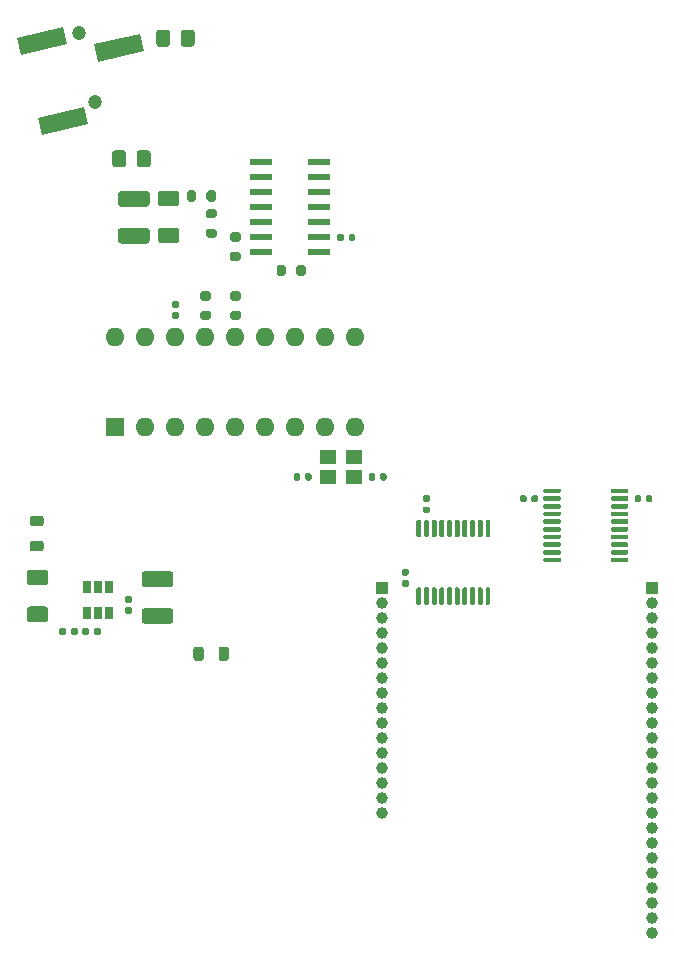
<source format=gbr>
%TF.GenerationSoftware,KiCad,Pcbnew,(5.1.8)-1*%
%TF.CreationDate,2020-12-26T14:40:12+03:00*%
%TF.ProjectId,mesp240_opll,6d657370-3234-4305-9f6f-706c6c2e6b69,rev?*%
%TF.SameCoordinates,Original*%
%TF.FileFunction,Soldermask,Top*%
%TF.FilePolarity,Negative*%
%FSLAX46Y46*%
G04 Gerber Fmt 4.6, Leading zero omitted, Abs format (unit mm)*
G04 Created by KiCad (PCBNEW (5.1.8)-1) date 2020-12-26 14:40:12*
%MOMM*%
%LPD*%
G01*
G04 APERTURE LIST*
%ADD10C,1.000000*%
%ADD11R,1.000000X1.000000*%
%ADD12R,1.400000X1.200000*%
%ADD13R,1.981200X0.558800*%
%ADD14O,1.600000X1.600000*%
%ADD15R,1.600000X1.600000*%
%ADD16R,0.650000X1.060000*%
%ADD17C,0.100000*%
%ADD18C,1.200000*%
G04 APERTURE END LIST*
%TO.C,L4*%
G36*
G01*
X211734650Y-84211000D02*
X210972150Y-84211000D01*
G75*
G02*
X210753400Y-83992250I0J218750D01*
G01*
X210753400Y-83554750D01*
G75*
G02*
X210972150Y-83336000I218750J0D01*
G01*
X211734650Y-83336000D01*
G75*
G02*
X211953400Y-83554750I0J-218750D01*
G01*
X211953400Y-83992250D01*
G75*
G02*
X211734650Y-84211000I-218750J0D01*
G01*
G37*
G36*
G01*
X211734650Y-86336000D02*
X210972150Y-86336000D01*
G75*
G02*
X210753400Y-86117250I0J218750D01*
G01*
X210753400Y-85679750D01*
G75*
G02*
X210972150Y-85461000I218750J0D01*
G01*
X211734650Y-85461000D01*
G75*
G02*
X211953400Y-85679750I0J-218750D01*
G01*
X211953400Y-86117250D01*
G75*
G02*
X211734650Y-86336000I-218750J0D01*
G01*
G37*
%TD*%
%TO.C,L3*%
G36*
G01*
X226756900Y-95402650D02*
X226756900Y-94640150D01*
G75*
G02*
X226975650Y-94421400I218750J0D01*
G01*
X227413150Y-94421400D01*
G75*
G02*
X227631900Y-94640150I0J-218750D01*
G01*
X227631900Y-95402650D01*
G75*
G02*
X227413150Y-95621400I-218750J0D01*
G01*
X226975650Y-95621400D01*
G75*
G02*
X226756900Y-95402650I0J218750D01*
G01*
G37*
G36*
G01*
X224631900Y-95402650D02*
X224631900Y-94640150D01*
G75*
G02*
X224850650Y-94421400I218750J0D01*
G01*
X225288150Y-94421400D01*
G75*
G02*
X225506900Y-94640150I0J-218750D01*
G01*
X225506900Y-95402650D01*
G75*
G02*
X225288150Y-95621400I-218750J0D01*
G01*
X224850650Y-95621400D01*
G75*
G02*
X224631900Y-95402650I0J218750D01*
G01*
G37*
%TD*%
D10*
%TO.C,U1*%
X263423000Y-118671000D03*
X263423000Y-117401000D03*
X263423000Y-116131000D03*
X263423000Y-114861000D03*
X263423000Y-113591000D03*
X263423000Y-112321000D03*
X263423000Y-111051000D03*
X263423000Y-109781000D03*
X263423000Y-108511000D03*
X263423000Y-107241000D03*
X263423000Y-105971000D03*
X263423000Y-104701000D03*
X263423000Y-103431000D03*
X263423000Y-102161000D03*
X263423000Y-100891000D03*
X263423000Y-99621000D03*
X263423000Y-98351000D03*
X263423000Y-97081000D03*
X263423000Y-95811000D03*
X263423000Y-94541000D03*
X263423000Y-93271000D03*
X263423000Y-92001000D03*
X263423000Y-90731000D03*
D11*
X263423000Y-89461000D03*
D10*
X240563000Y-108511000D03*
X240563000Y-107241000D03*
X240563000Y-105971000D03*
X240563000Y-104701000D03*
X240563000Y-103431000D03*
X240563000Y-102161000D03*
X240563000Y-100891000D03*
X240563000Y-99621000D03*
X240563000Y-98351000D03*
X240563000Y-97081000D03*
X240563000Y-95811000D03*
X240563000Y-94541000D03*
X240563000Y-93271000D03*
X240563000Y-92001000D03*
X240563000Y-90731000D03*
D11*
X240563000Y-89461000D03*
%TD*%
%TO.C,U6*%
G36*
G01*
X243809000Y-85149400D02*
X243609000Y-85149400D01*
G75*
G02*
X243509000Y-85049400I0J100000D01*
G01*
X243509000Y-83774400D01*
G75*
G02*
X243609000Y-83674400I100000J0D01*
G01*
X243809000Y-83674400D01*
G75*
G02*
X243909000Y-83774400I0J-100000D01*
G01*
X243909000Y-85049400D01*
G75*
G02*
X243809000Y-85149400I-100000J0D01*
G01*
G37*
G36*
G01*
X244459000Y-85149400D02*
X244259000Y-85149400D01*
G75*
G02*
X244159000Y-85049400I0J100000D01*
G01*
X244159000Y-83774400D01*
G75*
G02*
X244259000Y-83674400I100000J0D01*
G01*
X244459000Y-83674400D01*
G75*
G02*
X244559000Y-83774400I0J-100000D01*
G01*
X244559000Y-85049400D01*
G75*
G02*
X244459000Y-85149400I-100000J0D01*
G01*
G37*
G36*
G01*
X245109000Y-85149400D02*
X244909000Y-85149400D01*
G75*
G02*
X244809000Y-85049400I0J100000D01*
G01*
X244809000Y-83774400D01*
G75*
G02*
X244909000Y-83674400I100000J0D01*
G01*
X245109000Y-83674400D01*
G75*
G02*
X245209000Y-83774400I0J-100000D01*
G01*
X245209000Y-85049400D01*
G75*
G02*
X245109000Y-85149400I-100000J0D01*
G01*
G37*
G36*
G01*
X245759000Y-85149400D02*
X245559000Y-85149400D01*
G75*
G02*
X245459000Y-85049400I0J100000D01*
G01*
X245459000Y-83774400D01*
G75*
G02*
X245559000Y-83674400I100000J0D01*
G01*
X245759000Y-83674400D01*
G75*
G02*
X245859000Y-83774400I0J-100000D01*
G01*
X245859000Y-85049400D01*
G75*
G02*
X245759000Y-85149400I-100000J0D01*
G01*
G37*
G36*
G01*
X246409000Y-85149400D02*
X246209000Y-85149400D01*
G75*
G02*
X246109000Y-85049400I0J100000D01*
G01*
X246109000Y-83774400D01*
G75*
G02*
X246209000Y-83674400I100000J0D01*
G01*
X246409000Y-83674400D01*
G75*
G02*
X246509000Y-83774400I0J-100000D01*
G01*
X246509000Y-85049400D01*
G75*
G02*
X246409000Y-85149400I-100000J0D01*
G01*
G37*
G36*
G01*
X247059000Y-85149400D02*
X246859000Y-85149400D01*
G75*
G02*
X246759000Y-85049400I0J100000D01*
G01*
X246759000Y-83774400D01*
G75*
G02*
X246859000Y-83674400I100000J0D01*
G01*
X247059000Y-83674400D01*
G75*
G02*
X247159000Y-83774400I0J-100000D01*
G01*
X247159000Y-85049400D01*
G75*
G02*
X247059000Y-85149400I-100000J0D01*
G01*
G37*
G36*
G01*
X247709000Y-85149400D02*
X247509000Y-85149400D01*
G75*
G02*
X247409000Y-85049400I0J100000D01*
G01*
X247409000Y-83774400D01*
G75*
G02*
X247509000Y-83674400I100000J0D01*
G01*
X247709000Y-83674400D01*
G75*
G02*
X247809000Y-83774400I0J-100000D01*
G01*
X247809000Y-85049400D01*
G75*
G02*
X247709000Y-85149400I-100000J0D01*
G01*
G37*
G36*
G01*
X248359000Y-85149400D02*
X248159000Y-85149400D01*
G75*
G02*
X248059000Y-85049400I0J100000D01*
G01*
X248059000Y-83774400D01*
G75*
G02*
X248159000Y-83674400I100000J0D01*
G01*
X248359000Y-83674400D01*
G75*
G02*
X248459000Y-83774400I0J-100000D01*
G01*
X248459000Y-85049400D01*
G75*
G02*
X248359000Y-85149400I-100000J0D01*
G01*
G37*
G36*
G01*
X249009000Y-85149400D02*
X248809000Y-85149400D01*
G75*
G02*
X248709000Y-85049400I0J100000D01*
G01*
X248709000Y-83774400D01*
G75*
G02*
X248809000Y-83674400I100000J0D01*
G01*
X249009000Y-83674400D01*
G75*
G02*
X249109000Y-83774400I0J-100000D01*
G01*
X249109000Y-85049400D01*
G75*
G02*
X249009000Y-85149400I-100000J0D01*
G01*
G37*
G36*
G01*
X249659000Y-85149400D02*
X249459000Y-85149400D01*
G75*
G02*
X249359000Y-85049400I0J100000D01*
G01*
X249359000Y-83774400D01*
G75*
G02*
X249459000Y-83674400I100000J0D01*
G01*
X249659000Y-83674400D01*
G75*
G02*
X249759000Y-83774400I0J-100000D01*
G01*
X249759000Y-85049400D01*
G75*
G02*
X249659000Y-85149400I-100000J0D01*
G01*
G37*
G36*
G01*
X249659000Y-90874400D02*
X249459000Y-90874400D01*
G75*
G02*
X249359000Y-90774400I0J100000D01*
G01*
X249359000Y-89499400D01*
G75*
G02*
X249459000Y-89399400I100000J0D01*
G01*
X249659000Y-89399400D01*
G75*
G02*
X249759000Y-89499400I0J-100000D01*
G01*
X249759000Y-90774400D01*
G75*
G02*
X249659000Y-90874400I-100000J0D01*
G01*
G37*
G36*
G01*
X249009000Y-90874400D02*
X248809000Y-90874400D01*
G75*
G02*
X248709000Y-90774400I0J100000D01*
G01*
X248709000Y-89499400D01*
G75*
G02*
X248809000Y-89399400I100000J0D01*
G01*
X249009000Y-89399400D01*
G75*
G02*
X249109000Y-89499400I0J-100000D01*
G01*
X249109000Y-90774400D01*
G75*
G02*
X249009000Y-90874400I-100000J0D01*
G01*
G37*
G36*
G01*
X248359000Y-90874400D02*
X248159000Y-90874400D01*
G75*
G02*
X248059000Y-90774400I0J100000D01*
G01*
X248059000Y-89499400D01*
G75*
G02*
X248159000Y-89399400I100000J0D01*
G01*
X248359000Y-89399400D01*
G75*
G02*
X248459000Y-89499400I0J-100000D01*
G01*
X248459000Y-90774400D01*
G75*
G02*
X248359000Y-90874400I-100000J0D01*
G01*
G37*
G36*
G01*
X247709000Y-90874400D02*
X247509000Y-90874400D01*
G75*
G02*
X247409000Y-90774400I0J100000D01*
G01*
X247409000Y-89499400D01*
G75*
G02*
X247509000Y-89399400I100000J0D01*
G01*
X247709000Y-89399400D01*
G75*
G02*
X247809000Y-89499400I0J-100000D01*
G01*
X247809000Y-90774400D01*
G75*
G02*
X247709000Y-90874400I-100000J0D01*
G01*
G37*
G36*
G01*
X247059000Y-90874400D02*
X246859000Y-90874400D01*
G75*
G02*
X246759000Y-90774400I0J100000D01*
G01*
X246759000Y-89499400D01*
G75*
G02*
X246859000Y-89399400I100000J0D01*
G01*
X247059000Y-89399400D01*
G75*
G02*
X247159000Y-89499400I0J-100000D01*
G01*
X247159000Y-90774400D01*
G75*
G02*
X247059000Y-90874400I-100000J0D01*
G01*
G37*
G36*
G01*
X246409000Y-90874400D02*
X246209000Y-90874400D01*
G75*
G02*
X246109000Y-90774400I0J100000D01*
G01*
X246109000Y-89499400D01*
G75*
G02*
X246209000Y-89399400I100000J0D01*
G01*
X246409000Y-89399400D01*
G75*
G02*
X246509000Y-89499400I0J-100000D01*
G01*
X246509000Y-90774400D01*
G75*
G02*
X246409000Y-90874400I-100000J0D01*
G01*
G37*
G36*
G01*
X245759000Y-90874400D02*
X245559000Y-90874400D01*
G75*
G02*
X245459000Y-90774400I0J100000D01*
G01*
X245459000Y-89499400D01*
G75*
G02*
X245559000Y-89399400I100000J0D01*
G01*
X245759000Y-89399400D01*
G75*
G02*
X245859000Y-89499400I0J-100000D01*
G01*
X245859000Y-90774400D01*
G75*
G02*
X245759000Y-90874400I-100000J0D01*
G01*
G37*
G36*
G01*
X245109000Y-90874400D02*
X244909000Y-90874400D01*
G75*
G02*
X244809000Y-90774400I0J100000D01*
G01*
X244809000Y-89499400D01*
G75*
G02*
X244909000Y-89399400I100000J0D01*
G01*
X245109000Y-89399400D01*
G75*
G02*
X245209000Y-89499400I0J-100000D01*
G01*
X245209000Y-90774400D01*
G75*
G02*
X245109000Y-90874400I-100000J0D01*
G01*
G37*
G36*
G01*
X244459000Y-90874400D02*
X244259000Y-90874400D01*
G75*
G02*
X244159000Y-90774400I0J100000D01*
G01*
X244159000Y-89499400D01*
G75*
G02*
X244259000Y-89399400I100000J0D01*
G01*
X244459000Y-89399400D01*
G75*
G02*
X244559000Y-89499400I0J-100000D01*
G01*
X244559000Y-90774400D01*
G75*
G02*
X244459000Y-90874400I-100000J0D01*
G01*
G37*
G36*
G01*
X243809000Y-90874400D02*
X243609000Y-90874400D01*
G75*
G02*
X243509000Y-90774400I0J100000D01*
G01*
X243509000Y-89499400D01*
G75*
G02*
X243609000Y-89399400I100000J0D01*
G01*
X243809000Y-89399400D01*
G75*
G02*
X243909000Y-89499400I0J-100000D01*
G01*
X243909000Y-90774400D01*
G75*
G02*
X243809000Y-90874400I-100000J0D01*
G01*
G37*
%TD*%
%TO.C,U5*%
G36*
G01*
X259986000Y-81325200D02*
X259986000Y-81125200D01*
G75*
G02*
X260086000Y-81025200I100000J0D01*
G01*
X261361000Y-81025200D01*
G75*
G02*
X261461000Y-81125200I0J-100000D01*
G01*
X261461000Y-81325200D01*
G75*
G02*
X261361000Y-81425200I-100000J0D01*
G01*
X260086000Y-81425200D01*
G75*
G02*
X259986000Y-81325200I0J100000D01*
G01*
G37*
G36*
G01*
X259986000Y-81975200D02*
X259986000Y-81775200D01*
G75*
G02*
X260086000Y-81675200I100000J0D01*
G01*
X261361000Y-81675200D01*
G75*
G02*
X261461000Y-81775200I0J-100000D01*
G01*
X261461000Y-81975200D01*
G75*
G02*
X261361000Y-82075200I-100000J0D01*
G01*
X260086000Y-82075200D01*
G75*
G02*
X259986000Y-81975200I0J100000D01*
G01*
G37*
G36*
G01*
X259986000Y-82625200D02*
X259986000Y-82425200D01*
G75*
G02*
X260086000Y-82325200I100000J0D01*
G01*
X261361000Y-82325200D01*
G75*
G02*
X261461000Y-82425200I0J-100000D01*
G01*
X261461000Y-82625200D01*
G75*
G02*
X261361000Y-82725200I-100000J0D01*
G01*
X260086000Y-82725200D01*
G75*
G02*
X259986000Y-82625200I0J100000D01*
G01*
G37*
G36*
G01*
X259986000Y-83275200D02*
X259986000Y-83075200D01*
G75*
G02*
X260086000Y-82975200I100000J0D01*
G01*
X261361000Y-82975200D01*
G75*
G02*
X261461000Y-83075200I0J-100000D01*
G01*
X261461000Y-83275200D01*
G75*
G02*
X261361000Y-83375200I-100000J0D01*
G01*
X260086000Y-83375200D01*
G75*
G02*
X259986000Y-83275200I0J100000D01*
G01*
G37*
G36*
G01*
X259986000Y-83925200D02*
X259986000Y-83725200D01*
G75*
G02*
X260086000Y-83625200I100000J0D01*
G01*
X261361000Y-83625200D01*
G75*
G02*
X261461000Y-83725200I0J-100000D01*
G01*
X261461000Y-83925200D01*
G75*
G02*
X261361000Y-84025200I-100000J0D01*
G01*
X260086000Y-84025200D01*
G75*
G02*
X259986000Y-83925200I0J100000D01*
G01*
G37*
G36*
G01*
X259986000Y-84575200D02*
X259986000Y-84375200D01*
G75*
G02*
X260086000Y-84275200I100000J0D01*
G01*
X261361000Y-84275200D01*
G75*
G02*
X261461000Y-84375200I0J-100000D01*
G01*
X261461000Y-84575200D01*
G75*
G02*
X261361000Y-84675200I-100000J0D01*
G01*
X260086000Y-84675200D01*
G75*
G02*
X259986000Y-84575200I0J100000D01*
G01*
G37*
G36*
G01*
X259986000Y-85225200D02*
X259986000Y-85025200D01*
G75*
G02*
X260086000Y-84925200I100000J0D01*
G01*
X261361000Y-84925200D01*
G75*
G02*
X261461000Y-85025200I0J-100000D01*
G01*
X261461000Y-85225200D01*
G75*
G02*
X261361000Y-85325200I-100000J0D01*
G01*
X260086000Y-85325200D01*
G75*
G02*
X259986000Y-85225200I0J100000D01*
G01*
G37*
G36*
G01*
X259986000Y-85875200D02*
X259986000Y-85675200D01*
G75*
G02*
X260086000Y-85575200I100000J0D01*
G01*
X261361000Y-85575200D01*
G75*
G02*
X261461000Y-85675200I0J-100000D01*
G01*
X261461000Y-85875200D01*
G75*
G02*
X261361000Y-85975200I-100000J0D01*
G01*
X260086000Y-85975200D01*
G75*
G02*
X259986000Y-85875200I0J100000D01*
G01*
G37*
G36*
G01*
X259986000Y-86525200D02*
X259986000Y-86325200D01*
G75*
G02*
X260086000Y-86225200I100000J0D01*
G01*
X261361000Y-86225200D01*
G75*
G02*
X261461000Y-86325200I0J-100000D01*
G01*
X261461000Y-86525200D01*
G75*
G02*
X261361000Y-86625200I-100000J0D01*
G01*
X260086000Y-86625200D01*
G75*
G02*
X259986000Y-86525200I0J100000D01*
G01*
G37*
G36*
G01*
X259986000Y-87175200D02*
X259986000Y-86975200D01*
G75*
G02*
X260086000Y-86875200I100000J0D01*
G01*
X261361000Y-86875200D01*
G75*
G02*
X261461000Y-86975200I0J-100000D01*
G01*
X261461000Y-87175200D01*
G75*
G02*
X261361000Y-87275200I-100000J0D01*
G01*
X260086000Y-87275200D01*
G75*
G02*
X259986000Y-87175200I0J100000D01*
G01*
G37*
G36*
G01*
X254261000Y-87175200D02*
X254261000Y-86975200D01*
G75*
G02*
X254361000Y-86875200I100000J0D01*
G01*
X255636000Y-86875200D01*
G75*
G02*
X255736000Y-86975200I0J-100000D01*
G01*
X255736000Y-87175200D01*
G75*
G02*
X255636000Y-87275200I-100000J0D01*
G01*
X254361000Y-87275200D01*
G75*
G02*
X254261000Y-87175200I0J100000D01*
G01*
G37*
G36*
G01*
X254261000Y-86525200D02*
X254261000Y-86325200D01*
G75*
G02*
X254361000Y-86225200I100000J0D01*
G01*
X255636000Y-86225200D01*
G75*
G02*
X255736000Y-86325200I0J-100000D01*
G01*
X255736000Y-86525200D01*
G75*
G02*
X255636000Y-86625200I-100000J0D01*
G01*
X254361000Y-86625200D01*
G75*
G02*
X254261000Y-86525200I0J100000D01*
G01*
G37*
G36*
G01*
X254261000Y-85875200D02*
X254261000Y-85675200D01*
G75*
G02*
X254361000Y-85575200I100000J0D01*
G01*
X255636000Y-85575200D01*
G75*
G02*
X255736000Y-85675200I0J-100000D01*
G01*
X255736000Y-85875200D01*
G75*
G02*
X255636000Y-85975200I-100000J0D01*
G01*
X254361000Y-85975200D01*
G75*
G02*
X254261000Y-85875200I0J100000D01*
G01*
G37*
G36*
G01*
X254261000Y-85225200D02*
X254261000Y-85025200D01*
G75*
G02*
X254361000Y-84925200I100000J0D01*
G01*
X255636000Y-84925200D01*
G75*
G02*
X255736000Y-85025200I0J-100000D01*
G01*
X255736000Y-85225200D01*
G75*
G02*
X255636000Y-85325200I-100000J0D01*
G01*
X254361000Y-85325200D01*
G75*
G02*
X254261000Y-85225200I0J100000D01*
G01*
G37*
G36*
G01*
X254261000Y-84575200D02*
X254261000Y-84375200D01*
G75*
G02*
X254361000Y-84275200I100000J0D01*
G01*
X255636000Y-84275200D01*
G75*
G02*
X255736000Y-84375200I0J-100000D01*
G01*
X255736000Y-84575200D01*
G75*
G02*
X255636000Y-84675200I-100000J0D01*
G01*
X254361000Y-84675200D01*
G75*
G02*
X254261000Y-84575200I0J100000D01*
G01*
G37*
G36*
G01*
X254261000Y-83925200D02*
X254261000Y-83725200D01*
G75*
G02*
X254361000Y-83625200I100000J0D01*
G01*
X255636000Y-83625200D01*
G75*
G02*
X255736000Y-83725200I0J-100000D01*
G01*
X255736000Y-83925200D01*
G75*
G02*
X255636000Y-84025200I-100000J0D01*
G01*
X254361000Y-84025200D01*
G75*
G02*
X254261000Y-83925200I0J100000D01*
G01*
G37*
G36*
G01*
X254261000Y-83275200D02*
X254261000Y-83075200D01*
G75*
G02*
X254361000Y-82975200I100000J0D01*
G01*
X255636000Y-82975200D01*
G75*
G02*
X255736000Y-83075200I0J-100000D01*
G01*
X255736000Y-83275200D01*
G75*
G02*
X255636000Y-83375200I-100000J0D01*
G01*
X254361000Y-83375200D01*
G75*
G02*
X254261000Y-83275200I0J100000D01*
G01*
G37*
G36*
G01*
X254261000Y-82625200D02*
X254261000Y-82425200D01*
G75*
G02*
X254361000Y-82325200I100000J0D01*
G01*
X255636000Y-82325200D01*
G75*
G02*
X255736000Y-82425200I0J-100000D01*
G01*
X255736000Y-82625200D01*
G75*
G02*
X255636000Y-82725200I-100000J0D01*
G01*
X254361000Y-82725200D01*
G75*
G02*
X254261000Y-82625200I0J100000D01*
G01*
G37*
G36*
G01*
X254261000Y-81975200D02*
X254261000Y-81775200D01*
G75*
G02*
X254361000Y-81675200I100000J0D01*
G01*
X255636000Y-81675200D01*
G75*
G02*
X255736000Y-81775200I0J-100000D01*
G01*
X255736000Y-81975200D01*
G75*
G02*
X255636000Y-82075200I-100000J0D01*
G01*
X254361000Y-82075200D01*
G75*
G02*
X254261000Y-81975200I0J100000D01*
G01*
G37*
G36*
G01*
X254261000Y-81325200D02*
X254261000Y-81125200D01*
G75*
G02*
X254361000Y-81025200I100000J0D01*
G01*
X255636000Y-81025200D01*
G75*
G02*
X255736000Y-81125200I0J-100000D01*
G01*
X255736000Y-81325200D01*
G75*
G02*
X255636000Y-81425200I-100000J0D01*
G01*
X254361000Y-81425200D01*
G75*
G02*
X254261000Y-81325200I0J100000D01*
G01*
G37*
%TD*%
%TO.C,C13*%
G36*
G01*
X244178000Y-82549400D02*
X244518000Y-82549400D01*
G75*
G02*
X244658000Y-82689400I0J-140000D01*
G01*
X244658000Y-82969400D01*
G75*
G02*
X244518000Y-83109400I-140000J0D01*
G01*
X244178000Y-83109400D01*
G75*
G02*
X244038000Y-82969400I0J140000D01*
G01*
X244038000Y-82689400D01*
G75*
G02*
X244178000Y-82549400I140000J0D01*
G01*
G37*
G36*
G01*
X244178000Y-81589400D02*
X244518000Y-81589400D01*
G75*
G02*
X244658000Y-81729400I0J-140000D01*
G01*
X244658000Y-82009400D01*
G75*
G02*
X244518000Y-82149400I-140000J0D01*
G01*
X244178000Y-82149400D01*
G75*
G02*
X244038000Y-82009400I0J140000D01*
G01*
X244038000Y-81729400D01*
G75*
G02*
X244178000Y-81589400I140000J0D01*
G01*
G37*
%TD*%
%TO.C,C12*%
G36*
G01*
X262535000Y-81719600D02*
X262535000Y-82059600D01*
G75*
G02*
X262395000Y-82199600I-140000J0D01*
G01*
X262115000Y-82199600D01*
G75*
G02*
X261975000Y-82059600I0J140000D01*
G01*
X261975000Y-81719600D01*
G75*
G02*
X262115000Y-81579600I140000J0D01*
G01*
X262395000Y-81579600D01*
G75*
G02*
X262535000Y-81719600I0J-140000D01*
G01*
G37*
G36*
G01*
X263495000Y-81719600D02*
X263495000Y-82059600D01*
G75*
G02*
X263355000Y-82199600I-140000J0D01*
G01*
X263075000Y-82199600D01*
G75*
G02*
X262935000Y-82059600I0J140000D01*
G01*
X262935000Y-81719600D01*
G75*
G02*
X263075000Y-81579600I140000J0D01*
G01*
X263355000Y-81579600D01*
G75*
G02*
X263495000Y-81719600I0J-140000D01*
G01*
G37*
%TD*%
%TO.C,C11*%
G36*
G01*
X242400000Y-88795200D02*
X242740000Y-88795200D01*
G75*
G02*
X242880000Y-88935200I0J-140000D01*
G01*
X242880000Y-89215200D01*
G75*
G02*
X242740000Y-89355200I-140000J0D01*
G01*
X242400000Y-89355200D01*
G75*
G02*
X242260000Y-89215200I0J140000D01*
G01*
X242260000Y-88935200D01*
G75*
G02*
X242400000Y-88795200I140000J0D01*
G01*
G37*
G36*
G01*
X242400000Y-87835200D02*
X242740000Y-87835200D01*
G75*
G02*
X242880000Y-87975200I0J-140000D01*
G01*
X242880000Y-88255200D01*
G75*
G02*
X242740000Y-88395200I-140000J0D01*
G01*
X242400000Y-88395200D01*
G75*
G02*
X242260000Y-88255200I0J140000D01*
G01*
X242260000Y-87975200D01*
G75*
G02*
X242400000Y-87835200I140000J0D01*
G01*
G37*
%TD*%
%TO.C,C10*%
G36*
G01*
X253237000Y-82059600D02*
X253237000Y-81719600D01*
G75*
G02*
X253377000Y-81579600I140000J0D01*
G01*
X253657000Y-81579600D01*
G75*
G02*
X253797000Y-81719600I0J-140000D01*
G01*
X253797000Y-82059600D01*
G75*
G02*
X253657000Y-82199600I-140000J0D01*
G01*
X253377000Y-82199600D01*
G75*
G02*
X253237000Y-82059600I0J140000D01*
G01*
G37*
G36*
G01*
X252277000Y-82059600D02*
X252277000Y-81719600D01*
G75*
G02*
X252417000Y-81579600I140000J0D01*
G01*
X252697000Y-81579600D01*
G75*
G02*
X252837000Y-81719600I0J-140000D01*
G01*
X252837000Y-82059600D01*
G75*
G02*
X252697000Y-82199600I-140000J0D01*
G01*
X252417000Y-82199600D01*
G75*
G02*
X252277000Y-82059600I0J140000D01*
G01*
G37*
%TD*%
D12*
%TO.C,Y1*%
X235983600Y-78347200D03*
X238183600Y-78347200D03*
X238183600Y-80047200D03*
X235983600Y-80047200D03*
%TD*%
D13*
%TO.C,U4*%
X235280800Y-53416200D03*
X235280800Y-54686200D03*
X235280800Y-55956200D03*
X235280800Y-57226200D03*
X235280800Y-58496200D03*
X235280800Y-59766200D03*
X235280800Y-61036200D03*
X230353200Y-61036200D03*
X230353200Y-59766200D03*
X230353200Y-58496200D03*
X230353200Y-57226200D03*
X230353200Y-55956200D03*
X230353200Y-54686200D03*
X230353200Y-53416200D03*
%TD*%
D14*
%TO.C,U3*%
X218008000Y-68224400D03*
X238328000Y-75844400D03*
X220548000Y-68224400D03*
X235788000Y-75844400D03*
X223088000Y-68224400D03*
X233248000Y-75844400D03*
X225628000Y-68224400D03*
X230708000Y-75844400D03*
X228168000Y-68224400D03*
X228168000Y-75844400D03*
X230708000Y-68224400D03*
X225628000Y-75844400D03*
X233248000Y-68224400D03*
X223088000Y-75844400D03*
X235788000Y-68224400D03*
X220548000Y-75844400D03*
X238328000Y-68224400D03*
D15*
X218008000Y-75844400D03*
%TD*%
D16*
%TO.C,U2*%
X216534600Y-91574800D03*
X217484600Y-91574800D03*
X215584600Y-91574800D03*
X215584600Y-89374800D03*
X216534600Y-89374800D03*
X217484600Y-89374800D03*
%TD*%
%TO.C,R26*%
G36*
G01*
X232468000Y-62285200D02*
X232468000Y-62835200D01*
G75*
G02*
X232268000Y-63035200I-200000J0D01*
G01*
X231868000Y-63035200D01*
G75*
G02*
X231668000Y-62835200I0J200000D01*
G01*
X231668000Y-62285200D01*
G75*
G02*
X231868000Y-62085200I200000J0D01*
G01*
X232268000Y-62085200D01*
G75*
G02*
X232468000Y-62285200I0J-200000D01*
G01*
G37*
G36*
G01*
X234118000Y-62285200D02*
X234118000Y-62835200D01*
G75*
G02*
X233918000Y-63035200I-200000J0D01*
G01*
X233518000Y-63035200D01*
G75*
G02*
X233318000Y-62835200I0J200000D01*
G01*
X233318000Y-62285200D01*
G75*
G02*
X233518000Y-62085200I200000J0D01*
G01*
X233918000Y-62085200D01*
G75*
G02*
X234118000Y-62285200I0J-200000D01*
G01*
G37*
%TD*%
%TO.C,R23*%
G36*
G01*
X228443000Y-60140800D02*
X227893000Y-60140800D01*
G75*
G02*
X227693000Y-59940800I0J200000D01*
G01*
X227693000Y-59540800D01*
G75*
G02*
X227893000Y-59340800I200000J0D01*
G01*
X228443000Y-59340800D01*
G75*
G02*
X228643000Y-59540800I0J-200000D01*
G01*
X228643000Y-59940800D01*
G75*
G02*
X228443000Y-60140800I-200000J0D01*
G01*
G37*
G36*
G01*
X228443000Y-61790800D02*
X227893000Y-61790800D01*
G75*
G02*
X227693000Y-61590800I0J200000D01*
G01*
X227693000Y-61190800D01*
G75*
G02*
X227893000Y-60990800I200000J0D01*
G01*
X228443000Y-60990800D01*
G75*
G02*
X228643000Y-61190800I0J-200000D01*
G01*
X228643000Y-61590800D01*
G75*
G02*
X228443000Y-61790800I-200000J0D01*
G01*
G37*
%TD*%
%TO.C,R20*%
G36*
G01*
X226411000Y-58159600D02*
X225861000Y-58159600D01*
G75*
G02*
X225661000Y-57959600I0J200000D01*
G01*
X225661000Y-57559600D01*
G75*
G02*
X225861000Y-57359600I200000J0D01*
G01*
X226411000Y-57359600D01*
G75*
G02*
X226611000Y-57559600I0J-200000D01*
G01*
X226611000Y-57959600D01*
G75*
G02*
X226411000Y-58159600I-200000J0D01*
G01*
G37*
G36*
G01*
X226411000Y-59809600D02*
X225861000Y-59809600D01*
G75*
G02*
X225661000Y-59609600I0J200000D01*
G01*
X225661000Y-59209600D01*
G75*
G02*
X225861000Y-59009600I200000J0D01*
G01*
X226411000Y-59009600D01*
G75*
G02*
X226611000Y-59209600I0J-200000D01*
G01*
X226611000Y-59609600D01*
G75*
G02*
X226411000Y-59809600I-200000J0D01*
G01*
G37*
%TD*%
%TO.C,R19*%
G36*
G01*
X224885000Y-55986000D02*
X224885000Y-56536000D01*
G75*
G02*
X224685000Y-56736000I-200000J0D01*
G01*
X224285000Y-56736000D01*
G75*
G02*
X224085000Y-56536000I0J200000D01*
G01*
X224085000Y-55986000D01*
G75*
G02*
X224285000Y-55786000I200000J0D01*
G01*
X224685000Y-55786000D01*
G75*
G02*
X224885000Y-55986000I0J-200000D01*
G01*
G37*
G36*
G01*
X226535000Y-55986000D02*
X226535000Y-56536000D01*
G75*
G02*
X226335000Y-56736000I-200000J0D01*
G01*
X225935000Y-56736000D01*
G75*
G02*
X225735000Y-56536000I0J200000D01*
G01*
X225735000Y-55986000D01*
G75*
G02*
X225935000Y-55786000I200000J0D01*
G01*
X226335000Y-55786000D01*
G75*
G02*
X226535000Y-55986000I0J-200000D01*
G01*
G37*
%TD*%
%TO.C,R18*%
G36*
G01*
X227919000Y-65970200D02*
X228469000Y-65970200D01*
G75*
G02*
X228669000Y-66170200I0J-200000D01*
G01*
X228669000Y-66570200D01*
G75*
G02*
X228469000Y-66770200I-200000J0D01*
G01*
X227919000Y-66770200D01*
G75*
G02*
X227719000Y-66570200I0J200000D01*
G01*
X227719000Y-66170200D01*
G75*
G02*
X227919000Y-65970200I200000J0D01*
G01*
G37*
G36*
G01*
X227919000Y-64320200D02*
X228469000Y-64320200D01*
G75*
G02*
X228669000Y-64520200I0J-200000D01*
G01*
X228669000Y-64920200D01*
G75*
G02*
X228469000Y-65120200I-200000J0D01*
G01*
X227919000Y-65120200D01*
G75*
G02*
X227719000Y-64920200I0J200000D01*
G01*
X227719000Y-64520200D01*
G75*
G02*
X227919000Y-64320200I200000J0D01*
G01*
G37*
%TD*%
%TO.C,R17*%
G36*
G01*
X225379000Y-65970200D02*
X225929000Y-65970200D01*
G75*
G02*
X226129000Y-66170200I0J-200000D01*
G01*
X226129000Y-66570200D01*
G75*
G02*
X225929000Y-66770200I-200000J0D01*
G01*
X225379000Y-66770200D01*
G75*
G02*
X225179000Y-66570200I0J200000D01*
G01*
X225179000Y-66170200D01*
G75*
G02*
X225379000Y-65970200I200000J0D01*
G01*
G37*
G36*
G01*
X225379000Y-64320200D02*
X225929000Y-64320200D01*
G75*
G02*
X226129000Y-64520200I0J-200000D01*
G01*
X226129000Y-64920200D01*
G75*
G02*
X225929000Y-65120200I-200000J0D01*
G01*
X225379000Y-65120200D01*
G75*
G02*
X225179000Y-64920200I0J200000D01*
G01*
X225179000Y-64520200D01*
G75*
G02*
X225379000Y-64320200I200000J0D01*
G01*
G37*
%TD*%
%TO.C,R12*%
G36*
G01*
X216243600Y-93301400D02*
X216243600Y-92931400D01*
G75*
G02*
X216378600Y-92796400I135000J0D01*
G01*
X216648600Y-92796400D01*
G75*
G02*
X216783600Y-92931400I0J-135000D01*
G01*
X216783600Y-93301400D01*
G75*
G02*
X216648600Y-93436400I-135000J0D01*
G01*
X216378600Y-93436400D01*
G75*
G02*
X216243600Y-93301400I0J135000D01*
G01*
G37*
G36*
G01*
X215223600Y-93301400D02*
X215223600Y-92931400D01*
G75*
G02*
X215358600Y-92796400I135000J0D01*
G01*
X215628600Y-92796400D01*
G75*
G02*
X215763600Y-92931400I0J-135000D01*
G01*
X215763600Y-93301400D01*
G75*
G02*
X215628600Y-93436400I-135000J0D01*
G01*
X215358600Y-93436400D01*
G75*
G02*
X215223600Y-93301400I0J135000D01*
G01*
G37*
%TD*%
%TO.C,R11*%
G36*
G01*
X214287800Y-93301400D02*
X214287800Y-92931400D01*
G75*
G02*
X214422800Y-92796400I135000J0D01*
G01*
X214692800Y-92796400D01*
G75*
G02*
X214827800Y-92931400I0J-135000D01*
G01*
X214827800Y-93301400D01*
G75*
G02*
X214692800Y-93436400I-135000J0D01*
G01*
X214422800Y-93436400D01*
G75*
G02*
X214287800Y-93301400I0J135000D01*
G01*
G37*
G36*
G01*
X213267800Y-93301400D02*
X213267800Y-92931400D01*
G75*
G02*
X213402800Y-92796400I135000J0D01*
G01*
X213672800Y-92796400D01*
G75*
G02*
X213807800Y-92931400I0J-135000D01*
G01*
X213807800Y-93301400D01*
G75*
G02*
X213672800Y-93436400I-135000J0D01*
G01*
X213402800Y-93436400D01*
G75*
G02*
X213267800Y-93301400I0J135000D01*
G01*
G37*
%TD*%
%TO.C,L2*%
G36*
G01*
X220683001Y-57164400D02*
X218482999Y-57164400D01*
G75*
G02*
X218233000Y-56914401I0J249999D01*
G01*
X218233000Y-56089399D01*
G75*
G02*
X218482999Y-55839400I249999J0D01*
G01*
X220683001Y-55839400D01*
G75*
G02*
X220933000Y-56089399I0J-249999D01*
G01*
X220933000Y-56914401D01*
G75*
G02*
X220683001Y-57164400I-249999J0D01*
G01*
G37*
G36*
G01*
X220683001Y-60289400D02*
X218482999Y-60289400D01*
G75*
G02*
X218233000Y-60039401I0J249999D01*
G01*
X218233000Y-59214399D01*
G75*
G02*
X218482999Y-58964400I249999J0D01*
G01*
X220683001Y-58964400D01*
G75*
G02*
X220933000Y-59214399I0J-249999D01*
G01*
X220933000Y-60039401D01*
G75*
G02*
X220683001Y-60289400I-249999J0D01*
G01*
G37*
%TD*%
%TO.C,L1*%
G36*
G01*
X222689601Y-89358500D02*
X220489599Y-89358500D01*
G75*
G02*
X220239600Y-89108501I0J249999D01*
G01*
X220239600Y-88283499D01*
G75*
G02*
X220489599Y-88033500I249999J0D01*
G01*
X222689601Y-88033500D01*
G75*
G02*
X222939600Y-88283499I0J-249999D01*
G01*
X222939600Y-89108501D01*
G75*
G02*
X222689601Y-89358500I-249999J0D01*
G01*
G37*
G36*
G01*
X222689601Y-92483500D02*
X220489599Y-92483500D01*
G75*
G02*
X220239600Y-92233501I0J249999D01*
G01*
X220239600Y-91408499D01*
G75*
G02*
X220489599Y-91158500I249999J0D01*
G01*
X222689601Y-91158500D01*
G75*
G02*
X222939600Y-91408499I0J-249999D01*
G01*
X222939600Y-92233501D01*
G75*
G02*
X222689601Y-92483500I-249999J0D01*
G01*
G37*
%TD*%
D17*
%TO.C,J1*%
G36*
X211480241Y-49630458D02*
G01*
X215377721Y-48730653D01*
X215715147Y-50192208D01*
X211817667Y-51092013D01*
X211480241Y-49630458D01*
G37*
G36*
X216201706Y-43408902D02*
G01*
X220099186Y-42509097D01*
X220436612Y-43970652D01*
X216539132Y-44870457D01*
X216201706Y-43408902D01*
G37*
G36*
X209661991Y-42866106D02*
G01*
X213559471Y-41966301D01*
X213896897Y-43427856D01*
X209999417Y-44327661D01*
X209661991Y-42866106D01*
G37*
D18*
X216295853Y-48262110D03*
X214946147Y-42415890D03*
%TD*%
%TO.C,C9*%
G36*
G01*
X219826000Y-53586200D02*
X219826000Y-52636200D01*
G75*
G02*
X220076000Y-52386200I250000J0D01*
G01*
X220751000Y-52386200D01*
G75*
G02*
X221001000Y-52636200I0J-250000D01*
G01*
X221001000Y-53586200D01*
G75*
G02*
X220751000Y-53836200I-250000J0D01*
G01*
X220076000Y-53836200D01*
G75*
G02*
X219826000Y-53586200I0J250000D01*
G01*
G37*
G36*
G01*
X217751000Y-53586200D02*
X217751000Y-52636200D01*
G75*
G02*
X218001000Y-52386200I250000J0D01*
G01*
X218676000Y-52386200D01*
G75*
G02*
X218926000Y-52636200I0J-250000D01*
G01*
X218926000Y-53586200D01*
G75*
G02*
X218676000Y-53836200I-250000J0D01*
G01*
X218001000Y-53836200D01*
G75*
G02*
X217751000Y-53586200I0J250000D01*
G01*
G37*
%TD*%
%TO.C,C8*%
G36*
G01*
X223560000Y-43375600D02*
X223560000Y-42425600D01*
G75*
G02*
X223810000Y-42175600I250000J0D01*
G01*
X224485000Y-42175600D01*
G75*
G02*
X224735000Y-42425600I0J-250000D01*
G01*
X224735000Y-43375600D01*
G75*
G02*
X224485000Y-43625600I-250000J0D01*
G01*
X223810000Y-43625600D01*
G75*
G02*
X223560000Y-43375600I0J250000D01*
G01*
G37*
G36*
G01*
X221485000Y-43375600D02*
X221485000Y-42425600D01*
G75*
G02*
X221735000Y-42175600I250000J0D01*
G01*
X222410000Y-42175600D01*
G75*
G02*
X222660000Y-42425600I0J-250000D01*
G01*
X222660000Y-43375600D01*
G75*
G02*
X222410000Y-43625600I-250000J0D01*
G01*
X221735000Y-43625600D01*
G75*
G02*
X221485000Y-43375600I0J250000D01*
G01*
G37*
%TD*%
%TO.C,C7*%
G36*
G01*
X237766200Y-59936200D02*
X237766200Y-59596200D01*
G75*
G02*
X237906200Y-59456200I140000J0D01*
G01*
X238186200Y-59456200D01*
G75*
G02*
X238326200Y-59596200I0J-140000D01*
G01*
X238326200Y-59936200D01*
G75*
G02*
X238186200Y-60076200I-140000J0D01*
G01*
X237906200Y-60076200D01*
G75*
G02*
X237766200Y-59936200I0J140000D01*
G01*
G37*
G36*
G01*
X236806200Y-59936200D02*
X236806200Y-59596200D01*
G75*
G02*
X236946200Y-59456200I140000J0D01*
G01*
X237226200Y-59456200D01*
G75*
G02*
X237366200Y-59596200I0J-140000D01*
G01*
X237366200Y-59936200D01*
G75*
G02*
X237226200Y-60076200I-140000J0D01*
G01*
X236946200Y-60076200D01*
G75*
G02*
X236806200Y-59936200I0J140000D01*
G01*
G37*
%TD*%
%TO.C,C6*%
G36*
G01*
X222944000Y-66115600D02*
X223284000Y-66115600D01*
G75*
G02*
X223424000Y-66255600I0J-140000D01*
G01*
X223424000Y-66535600D01*
G75*
G02*
X223284000Y-66675600I-140000J0D01*
G01*
X222944000Y-66675600D01*
G75*
G02*
X222804000Y-66535600I0J140000D01*
G01*
X222804000Y-66255600D01*
G75*
G02*
X222944000Y-66115600I140000J0D01*
G01*
G37*
G36*
G01*
X222944000Y-65155600D02*
X223284000Y-65155600D01*
G75*
G02*
X223424000Y-65295600I0J-140000D01*
G01*
X223424000Y-65575600D01*
G75*
G02*
X223284000Y-65715600I-140000J0D01*
G01*
X222944000Y-65715600D01*
G75*
G02*
X222804000Y-65575600I0J140000D01*
G01*
X222804000Y-65295600D01*
G75*
G02*
X222944000Y-65155600I140000J0D01*
G01*
G37*
%TD*%
%TO.C,C5*%
G36*
G01*
X221879999Y-58925900D02*
X223180001Y-58925900D01*
G75*
G02*
X223430000Y-59175899I0J-249999D01*
G01*
X223430000Y-60000901D01*
G75*
G02*
X223180001Y-60250900I-249999J0D01*
G01*
X221879999Y-60250900D01*
G75*
G02*
X221630000Y-60000901I0J249999D01*
G01*
X221630000Y-59175899D01*
G75*
G02*
X221879999Y-58925900I249999J0D01*
G01*
G37*
G36*
G01*
X221879999Y-55800900D02*
X223180001Y-55800900D01*
G75*
G02*
X223430000Y-56050899I0J-249999D01*
G01*
X223430000Y-56875901D01*
G75*
G02*
X223180001Y-57125900I-249999J0D01*
G01*
X221879999Y-57125900D01*
G75*
G02*
X221630000Y-56875901I0J249999D01*
G01*
X221630000Y-56050899D01*
G75*
G02*
X221879999Y-55800900I249999J0D01*
G01*
G37*
%TD*%
%TO.C,C4*%
G36*
G01*
X212079601Y-89206100D02*
X210779599Y-89206100D01*
G75*
G02*
X210529600Y-88956101I0J249999D01*
G01*
X210529600Y-88131099D01*
G75*
G02*
X210779599Y-87881100I249999J0D01*
G01*
X212079601Y-87881100D01*
G75*
G02*
X212329600Y-88131099I0J-249999D01*
G01*
X212329600Y-88956101D01*
G75*
G02*
X212079601Y-89206100I-249999J0D01*
G01*
G37*
G36*
G01*
X212079601Y-92331100D02*
X210779599Y-92331100D01*
G75*
G02*
X210529600Y-92081101I0J249999D01*
G01*
X210529600Y-91256099D01*
G75*
G02*
X210779599Y-91006100I249999J0D01*
G01*
X212079601Y-91006100D01*
G75*
G02*
X212329600Y-91256099I0J-249999D01*
G01*
X212329600Y-92081101D01*
G75*
G02*
X212079601Y-92331100I-249999J0D01*
G01*
G37*
%TD*%
%TO.C,C3*%
G36*
G01*
X240433200Y-80205400D02*
X240433200Y-79865400D01*
G75*
G02*
X240573200Y-79725400I140000J0D01*
G01*
X240853200Y-79725400D01*
G75*
G02*
X240993200Y-79865400I0J-140000D01*
G01*
X240993200Y-80205400D01*
G75*
G02*
X240853200Y-80345400I-140000J0D01*
G01*
X240573200Y-80345400D01*
G75*
G02*
X240433200Y-80205400I0J140000D01*
G01*
G37*
G36*
G01*
X239473200Y-80205400D02*
X239473200Y-79865400D01*
G75*
G02*
X239613200Y-79725400I140000J0D01*
G01*
X239893200Y-79725400D01*
G75*
G02*
X240033200Y-79865400I0J-140000D01*
G01*
X240033200Y-80205400D01*
G75*
G02*
X239893200Y-80345400I-140000J0D01*
G01*
X239613200Y-80345400D01*
G75*
G02*
X239473200Y-80205400I0J140000D01*
G01*
G37*
%TD*%
%TO.C,C2*%
G36*
G01*
X233680600Y-79865400D02*
X233680600Y-80205400D01*
G75*
G02*
X233540600Y-80345400I-140000J0D01*
G01*
X233260600Y-80345400D01*
G75*
G02*
X233120600Y-80205400I0J140000D01*
G01*
X233120600Y-79865400D01*
G75*
G02*
X233260600Y-79725400I140000J0D01*
G01*
X233540600Y-79725400D01*
G75*
G02*
X233680600Y-79865400I0J-140000D01*
G01*
G37*
G36*
G01*
X234640600Y-79865400D02*
X234640600Y-80205400D01*
G75*
G02*
X234500600Y-80345400I-140000J0D01*
G01*
X234220600Y-80345400D01*
G75*
G02*
X234080600Y-80205400I0J140000D01*
G01*
X234080600Y-79865400D01*
G75*
G02*
X234220600Y-79725400I140000J0D01*
G01*
X234500600Y-79725400D01*
G75*
G02*
X234640600Y-79865400I0J-140000D01*
G01*
G37*
%TD*%
%TO.C,C1*%
G36*
G01*
X219295600Y-90683800D02*
X218955600Y-90683800D01*
G75*
G02*
X218815600Y-90543800I0J140000D01*
G01*
X218815600Y-90263800D01*
G75*
G02*
X218955600Y-90123800I140000J0D01*
G01*
X219295600Y-90123800D01*
G75*
G02*
X219435600Y-90263800I0J-140000D01*
G01*
X219435600Y-90543800D01*
G75*
G02*
X219295600Y-90683800I-140000J0D01*
G01*
G37*
G36*
G01*
X219295600Y-91643800D02*
X218955600Y-91643800D01*
G75*
G02*
X218815600Y-91503800I0J140000D01*
G01*
X218815600Y-91223800D01*
G75*
G02*
X218955600Y-91083800I140000J0D01*
G01*
X219295600Y-91083800D01*
G75*
G02*
X219435600Y-91223800I0J-140000D01*
G01*
X219435600Y-91503800D01*
G75*
G02*
X219295600Y-91643800I-140000J0D01*
G01*
G37*
%TD*%
M02*

</source>
